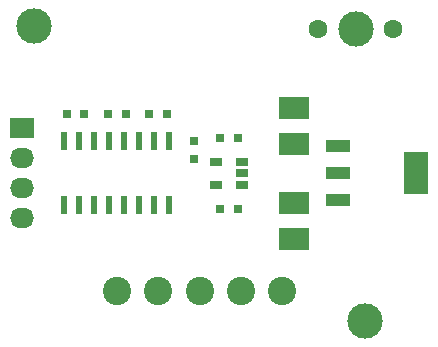
<source format=gts>
G04 #@! TF.FileFunction,Soldermask,Top*
%FSLAX46Y46*%
G04 Gerber Fmt 4.6, Leading zero omitted, Abs format (unit mm)*
G04 Created by KiCad (PCBNEW 4.0.2+dfsg1-stable) date Mon 03 Oct 2016 17:27:47 BST*
%MOMM*%
G01*
G04 APERTURE LIST*
%ADD10C,0.150000*%
%ADD11C,1.600200*%
%ADD12C,3.000000*%
%ADD13R,1.060000X0.650000*%
%ADD14C,2.400000*%
%ADD15R,2.032000X3.657600*%
%ADD16R,2.032000X1.016000*%
%ADD17R,2.032000X1.727200*%
%ADD18O,2.032000X1.727200*%
%ADD19R,0.800000X0.750000*%
%ADD20R,0.750000X0.800000*%
%ADD21R,0.600000X1.500000*%
%ADD22R,2.499360X1.950720*%
G04 APERTURE END LIST*
D10*
D11*
X168400000Y-103800000D03*
X162050000Y-103800000D03*
D12*
X165225000Y-103800000D03*
X166000000Y-128500000D03*
X138000000Y-103500000D03*
D13*
X155600000Y-116950000D03*
X155600000Y-116000000D03*
X155600000Y-115050000D03*
X153400000Y-115050000D03*
X153400000Y-116950000D03*
D14*
X145000000Y-126000000D03*
X159000000Y-126000000D03*
X148500000Y-126000000D03*
X155500000Y-126000000D03*
X152000000Y-126000000D03*
D15*
X170302000Y-116000000D03*
D16*
X163698000Y-116000000D03*
X163698000Y-118286000D03*
X163698000Y-113714000D03*
D17*
X137000000Y-112190000D03*
D18*
X137000000Y-114730000D03*
X137000000Y-117270000D03*
X137000000Y-119810000D03*
D19*
X155250000Y-119000000D03*
X153750000Y-119000000D03*
D20*
X151500000Y-113250000D03*
X151500000Y-114750000D03*
D19*
X149250000Y-111000000D03*
X147750000Y-111000000D03*
X145750000Y-111000000D03*
X144250000Y-111000000D03*
X140750000Y-111000000D03*
X142250000Y-111000000D03*
D21*
X149445000Y-113300000D03*
X148175000Y-113300000D03*
X146905000Y-113300000D03*
X145635000Y-113300000D03*
X144365000Y-113300000D03*
X143095000Y-113300000D03*
X141825000Y-113300000D03*
X140555000Y-113300000D03*
X140555000Y-118700000D03*
X141825000Y-118700000D03*
X143095000Y-118700000D03*
X144365000Y-118700000D03*
X145635000Y-118700000D03*
X146905000Y-118700000D03*
X148175000Y-118700000D03*
X149445000Y-118700000D03*
D22*
X160000000Y-118476000D03*
X160000000Y-121524000D03*
X160000000Y-113524000D03*
X160000000Y-110476000D03*
D19*
X155250000Y-113000000D03*
X153750000Y-113000000D03*
M02*

</source>
